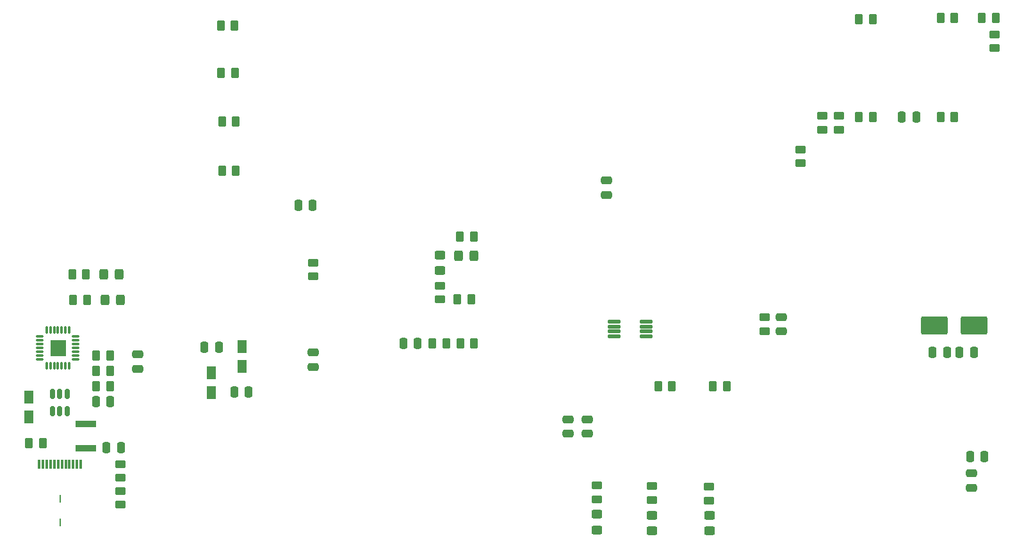
<source format=gbr>
%TF.GenerationSoftware,KiCad,Pcbnew,9.0.4*%
%TF.CreationDate,2026-01-15T21:37:35+03:30*%
%TF.ProjectId,Motor_Health_Monitoring_PCB,4d6f746f-725f-4486-9561-6c74685f4d6f,rev?*%
%TF.SameCoordinates,Original*%
%TF.FileFunction,Paste,Top*%
%TF.FilePolarity,Positive*%
%FSLAX46Y46*%
G04 Gerber Fmt 4.6, Leading zero omitted, Abs format (unit mm)*
G04 Created by KiCad (PCBNEW 9.0.4) date 2026-01-15 21:37:35*
%MOMM*%
%LPD*%
G01*
G04 APERTURE LIST*
G04 Aperture macros list*
%AMRoundRect*
0 Rectangle with rounded corners*
0 $1 Rounding radius*
0 $2 $3 $4 $5 $6 $7 $8 $9 X,Y pos of 4 corners*
0 Add a 4 corners polygon primitive as box body*
4,1,4,$2,$3,$4,$5,$6,$7,$8,$9,$2,$3,0*
0 Add four circle primitives for the rounded corners*
1,1,$1+$1,$2,$3*
1,1,$1+$1,$4,$5*
1,1,$1+$1,$6,$7*
1,1,$1+$1,$8,$9*
0 Add four rect primitives between the rounded corners*
20,1,$1+$1,$2,$3,$4,$5,0*
20,1,$1+$1,$4,$5,$6,$7,0*
20,1,$1+$1,$6,$7,$8,$9,0*
20,1,$1+$1,$8,$9,$2,$3,0*%
G04 Aperture macros list end*
%ADD10C,0.010000*%
%ADD11R,1.230000X1.800000*%
%ADD12RoundRect,0.250000X-0.262500X-0.450000X0.262500X-0.450000X0.262500X0.450000X-0.262500X0.450000X0*%
%ADD13RoundRect,0.250000X-0.450000X0.262500X-0.450000X-0.262500X0.450000X-0.262500X0.450000X0.262500X0*%
%ADD14RoundRect,0.250000X-0.250000X-0.475000X0.250000X-0.475000X0.250000X0.475000X-0.250000X0.475000X0*%
%ADD15RoundRect,0.250000X0.262500X0.450000X-0.262500X0.450000X-0.262500X-0.450000X0.262500X-0.450000X0*%
%ADD16RoundRect,0.250001X-1.499999X-0.949999X1.499999X-0.949999X1.499999X0.949999X-1.499999X0.949999X0*%
%ADD17RoundRect,0.250000X-0.475000X0.250000X-0.475000X-0.250000X0.475000X-0.250000X0.475000X0.250000X0*%
%ADD18RoundRect,0.250000X0.475000X-0.250000X0.475000X0.250000X-0.475000X0.250000X-0.475000X-0.250000X0*%
%ADD19RoundRect,0.250000X0.450000X-0.262500X0.450000X0.262500X-0.450000X0.262500X-0.450000X-0.262500X0*%
%ADD20RoundRect,0.250000X0.450000X-0.325000X0.450000X0.325000X-0.450000X0.325000X-0.450000X-0.325000X0*%
%ADD21R,2.810000X0.910000*%
%ADD22RoundRect,0.065000X0.065000X-0.420000X0.065000X0.420000X-0.065000X0.420000X-0.065000X-0.420000X0*%
%ADD23RoundRect,0.065000X0.420000X-0.065000X0.420000X0.065000X-0.420000X0.065000X-0.420000X-0.065000X0*%
%ADD24RoundRect,0.250000X0.250000X0.475000X-0.250000X0.475000X-0.250000X-0.475000X0.250000X-0.475000X0*%
%ADD25R,0.300000X1.200000*%
%ADD26R,0.200000X1.000000*%
%ADD27RoundRect,0.150000X-0.150000X0.512500X-0.150000X-0.512500X0.150000X-0.512500X0.150000X0.512500X0*%
%ADD28RoundRect,0.250000X0.325000X0.450000X-0.325000X0.450000X-0.325000X-0.450000X0.325000X-0.450000X0*%
%ADD29RoundRect,0.125000X-0.687500X-0.125000X0.687500X-0.125000X0.687500X0.125000X-0.687500X0.125000X0*%
G04 APERTURE END LIST*
D10*
%TO.C,U3*%
X78388292Y-105040792D02*
X76408500Y-105040792D01*
X76408500Y-103061000D01*
X78388292Y-103061000D01*
X78388292Y-105040792D01*
G36*
X78388292Y-105040792D02*
G01*
X76408500Y-105040792D01*
X76408500Y-103061000D01*
X78388292Y-103061000D01*
X78388292Y-105040792D01*
G37*
%TD*%
D11*
%TO.C,C3*%
X97713500Y-109960000D03*
X97713500Y-107340000D03*
%TD*%
D12*
%TO.C,R15*%
X183288000Y-73471000D03*
X185113000Y-73471000D03*
%TD*%
%TO.C,R23*%
X99110000Y-80583000D03*
X100935000Y-80583000D03*
%TD*%
%TO.C,R29*%
X99110000Y-74106000D03*
X100935000Y-74106000D03*
%TD*%
D13*
%TO.C,R12*%
X180644500Y-73320500D03*
X180644500Y-75145500D03*
%TD*%
D11*
%TO.C,C6*%
X101777500Y-103911000D03*
X101777500Y-106531000D03*
%TD*%
D14*
%TO.C,C12*%
X193029500Y-104671500D03*
X194929500Y-104671500D03*
%TD*%
D12*
%TO.C,R2*%
X82450000Y-107126000D03*
X84275000Y-107126000D03*
%TD*%
D15*
%TO.C,R16*%
X195908000Y-73471000D03*
X194083000Y-73471000D03*
%TD*%
D16*
%TO.C,Y1*%
X193284500Y-101115500D03*
X198484500Y-101115500D03*
%TD*%
D12*
%TO.C,R18*%
X183288000Y-60517000D03*
X185113000Y-60517000D03*
%TD*%
D17*
%TO.C,C25*%
X147397500Y-113510000D03*
X147397500Y-115410000D03*
%TD*%
D18*
%TO.C,C13*%
X173024500Y-101853000D03*
X173024500Y-99953000D03*
%TD*%
D12*
%TO.C,R31*%
X98931000Y-61406000D03*
X100756000Y-61406000D03*
%TD*%
D15*
%TO.C,R25*%
X158570000Y-109158000D03*
X156745000Y-109158000D03*
%TD*%
D11*
%TO.C,C4*%
X73580500Y-110598000D03*
X73580500Y-113218000D03*
%TD*%
D13*
%TO.C,R27*%
X127927500Y-95805500D03*
X127927500Y-97630500D03*
%TD*%
D14*
%TO.C,C2*%
X82412500Y-111190000D03*
X84312500Y-111190000D03*
%TD*%
D15*
%TO.C,R20*%
X132408000Y-103484500D03*
X130583000Y-103484500D03*
%TD*%
D19*
%TO.C,R32*%
X155947500Y-124195500D03*
X155947500Y-122370500D03*
%TD*%
D15*
%TO.C,R26*%
X132015000Y-97607000D03*
X130190000Y-97607000D03*
%TD*%
D19*
%TO.C,R4*%
X148647500Y-124095500D03*
X148647500Y-122270500D03*
%TD*%
D12*
%TO.C,R6*%
X79399000Y-97728000D03*
X81224000Y-97728000D03*
%TD*%
D15*
%TO.C,R7*%
X75385000Y-116651000D03*
X73560000Y-116651000D03*
%TD*%
D14*
%TO.C,C16*%
X188965500Y-73471000D03*
X190865500Y-73471000D03*
%TD*%
D20*
%TO.C,LED5*%
X163547500Y-128245000D03*
X163547500Y-126195000D03*
%TD*%
%TO.C,D1*%
X127927500Y-93806000D03*
X127927500Y-91756000D03*
%TD*%
D21*
%TO.C,F1*%
X81076500Y-117382000D03*
X81076500Y-114142000D03*
%TD*%
D20*
%TO.C,LED4*%
X155947500Y-128245000D03*
X155947500Y-126195000D03*
%TD*%
D13*
%TO.C,R24*%
X111163500Y-92757500D03*
X111163500Y-94582500D03*
%TD*%
D14*
%TO.C,C1*%
X100700500Y-109920000D03*
X102600500Y-109920000D03*
%TD*%
D22*
%TO.C,U3*%
X75897500Y-106420000D03*
X76397500Y-106420000D03*
X76897500Y-106420000D03*
X77397500Y-106420000D03*
X77897500Y-106420000D03*
X78397500Y-106420000D03*
X78897500Y-106420000D03*
D23*
X79767500Y-105550000D03*
X79767500Y-105050000D03*
X79767500Y-104550000D03*
X79767500Y-104050000D03*
X79767500Y-103550000D03*
X79767500Y-103050000D03*
X79767500Y-102550000D03*
D22*
X78897500Y-101680000D03*
X78397500Y-101680000D03*
X77897500Y-101680000D03*
X77397500Y-101680000D03*
X76897500Y-101680000D03*
X76397500Y-101680000D03*
X75897500Y-101680000D03*
D23*
X75027500Y-102550000D03*
X75027500Y-103050000D03*
X75027500Y-103550000D03*
X75027500Y-104050000D03*
X75027500Y-104550000D03*
X75027500Y-105050000D03*
X75027500Y-105550000D03*
%TD*%
D19*
%TO.C,R14*%
X201218500Y-64350500D03*
X201218500Y-62525500D03*
%TD*%
D24*
%TO.C,C7*%
X98663500Y-103951000D03*
X96763500Y-103951000D03*
%TD*%
D15*
%TO.C,R17*%
X195908000Y-60390000D03*
X194083000Y-60390000D03*
%TD*%
D25*
%TO.C,J2*%
X74920750Y-119484500D03*
X75420750Y-119484500D03*
X75920750Y-119484500D03*
X76420750Y-119484500D03*
X76920750Y-119484500D03*
X77420750Y-119484500D03*
X77920750Y-119484500D03*
X78420750Y-119484500D03*
X78920750Y-119484500D03*
X79420750Y-119484500D03*
X79920750Y-119484500D03*
X80420750Y-119484500D03*
D26*
X77670750Y-124064500D03*
X77670750Y-127164500D03*
%TD*%
D24*
%TO.C,C11*%
X198485500Y-104671500D03*
X196585500Y-104671500D03*
%TD*%
D27*
%TO.C,U1*%
X78597500Y-110179500D03*
X77647500Y-110179500D03*
X76697500Y-110179500D03*
X76697500Y-112454500D03*
X77647500Y-112454500D03*
X78597500Y-112454500D03*
%TD*%
D17*
%TO.C,C19*%
X111163500Y-104658000D03*
X111163500Y-106558000D03*
%TD*%
D15*
%TO.C,R28*%
X132396000Y-89352000D03*
X130571000Y-89352000D03*
%TD*%
D17*
%TO.C,C24*%
X144857500Y-113510000D03*
X144857500Y-115410000D03*
%TD*%
D13*
%TO.C,R21*%
X175564500Y-77765500D03*
X175564500Y-79590500D03*
%TD*%
D19*
%TO.C,R11*%
X178485500Y-75145500D03*
X178485500Y-73320500D03*
%TD*%
D18*
%TO.C,C5*%
X87934500Y-106806000D03*
X87934500Y-104906000D03*
%TD*%
D15*
%TO.C,R22*%
X165809000Y-109158000D03*
X163984000Y-109158000D03*
%TD*%
D28*
%TO.C,LED2*%
X85530500Y-94299000D03*
X83480500Y-94299000D03*
%TD*%
D19*
%TO.C,R33*%
X163447500Y-124268500D03*
X163447500Y-122443500D03*
%TD*%
D14*
%TO.C,C17*%
X123052500Y-103484500D03*
X124952500Y-103484500D03*
%TD*%
D12*
%TO.C,R30*%
X98983000Y-67629000D03*
X100808000Y-67629000D03*
%TD*%
D15*
%TO.C,R19*%
X128725000Y-103484500D03*
X126900000Y-103484500D03*
%TD*%
D14*
%TO.C,C9*%
X83809500Y-117286000D03*
X85709500Y-117286000D03*
%TD*%
D24*
%TO.C,C18*%
X199877500Y-118460000D03*
X197977500Y-118460000D03*
%TD*%
D28*
%TO.C,LED3*%
X85657500Y-97728000D03*
X83607500Y-97728000D03*
%TD*%
D17*
%TO.C,C14*%
X149910500Y-81877500D03*
X149910500Y-83777500D03*
%TD*%
D20*
%TO.C,LED1*%
X148647500Y-128145000D03*
X148647500Y-126095000D03*
%TD*%
D28*
%TO.C,D2*%
X132381500Y-91892000D03*
X130331500Y-91892000D03*
%TD*%
D19*
%TO.C,R9*%
X85648500Y-124802500D03*
X85648500Y-122977500D03*
%TD*%
D24*
%TO.C,C26*%
X111097500Y-85161000D03*
X109197500Y-85161000D03*
%TD*%
D15*
%TO.C,R1*%
X84275000Y-109158000D03*
X82450000Y-109158000D03*
%TD*%
D13*
%TO.C,R10*%
X170865500Y-99990500D03*
X170865500Y-101815500D03*
%TD*%
D12*
%TO.C,R13*%
X199544000Y-60390000D03*
X201369000Y-60390000D03*
%TD*%
D29*
%TO.C,U11*%
X150973000Y-100563000D03*
X150973000Y-101213000D03*
X150973000Y-101863000D03*
X150973000Y-102513000D03*
X155198000Y-102513000D03*
X155198000Y-101863000D03*
X155198000Y-101213000D03*
X155198000Y-100563000D03*
%TD*%
D19*
%TO.C,R8*%
X85648500Y-121246500D03*
X85648500Y-119421500D03*
%TD*%
D15*
%TO.C,R3*%
X84275000Y-105094000D03*
X82450000Y-105094000D03*
%TD*%
D12*
%TO.C,R5*%
X79272000Y-94299000D03*
X81097000Y-94299000D03*
%TD*%
D18*
%TO.C,C15*%
X198207500Y-122570000D03*
X198207500Y-120670000D03*
%TD*%
M02*

</source>
